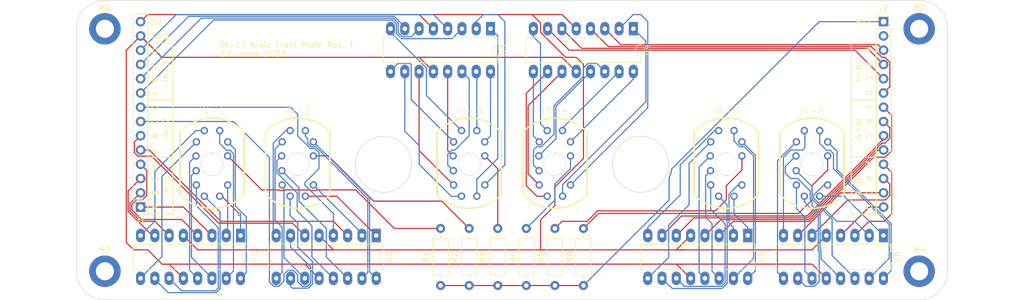
<source format=kicad_pcb>
(kicad_pcb (version 20221018) (generator pcbnew)
  (layers (0 "F.Cu" signal) (31 "B.Cu" signal) (34 "B.Paste" user) (35 "F.Paste" user) (36 "B.SilkS" user "B.Silkscreen") (37 "F.SilkS" user "F.Silkscreen") (38 "B.Mask" user) (39 "F.Mask" user) (44 "Edge.Cuts" user))
  (net 0 "")
  (net 1 "Net-(U1-~{Q9})")
  (net 2 "Net-(U1-~{Q8})")
  (net 3 "Net-(U1-~{Q7})")
  (net 4 "Net-(U1-~{Q6})")
  (net 5 "Net-(U1-~{Q5})")
  (net 6 "Net-(U1-~{Q4})")
  (net 7 "Net-(U1-~{Q3})")
  (net 8 "Net-(U1-~{Q2})")
  (net 9 "Net-(U1-~{Q1})")
  (net 10 "Net-(U1-~{Q0})")
  (net 11 "Net-(U2-~{Q9})")
  (net 12 "Net-(U2-~{Q8})")
  (net 13 "Net-(U2-~{Q7})")
  (net 14 "Net-(U2-~{Q6})")
  (net 15 "Net-(U2-~{Q5})")
  (net 16 "Net-(U2-~{Q4})")
  (net 17 "Net-(U2-~{Q3})")
  (net 18 "Net-(U2-~{Q2})")
  (net 19 "Net-(U2-~{Q1})")
  (net 20 "Net-(U2-~{Q0})")
  (net 21 "Net-(U3-~{Q9})")
  (net 22 "Net-(U3-~{Q8})")
  (net 23 "Net-(U3-~{Q7})")
  (net 24 "Net-(U3-~{Q6})")
  (net 25 "Net-(U3-~{Q5})")
  (net 26 "Net-(U3-~{Q4})")
  (net 27 "Net-(U3-~{Q3})")
  (net 28 "Net-(U3-~{Q2})")
  (net 29 "Net-(U3-~{Q1})")
  (net 30 "Net-(U3-~{Q0})")
  (net 31 "Net-(U4-~{Q9})")
  (net 32 "Net-(U4-~{Q8})")
  (net 33 "Net-(U4-~{Q7})")
  (net 34 "Net-(U4-~{Q6})")
  (net 35 "Net-(U4-~{Q5})")
  (net 36 "Net-(U4-~{Q4})")
  (net 37 "Net-(U4-~{Q3})")
  (net 38 "Net-(U4-~{Q2})")
  (net 39 "Net-(U4-~{Q1})")
  (net 40 "Net-(U4-~{Q0})")
  (net 41 "Net-(U5-~{Q9})")
  (net 42 "Net-(U5-~{Q8})")
  (net 43 "Net-(U5-~{Q7})")
  (net 44 "Net-(U5-~{Q6})")
  (net 45 "Net-(U5-~{Q5})")
  (net 46 "Net-(U5-~{Q4})")
  (net 47 "Net-(U5-~{Q3})")
  (net 48 "Net-(U5-~{Q2})")
  (net 49 "Net-(U5-~{Q1})")
  (net 50 "Net-(U5-~{Q0})")
  (net 51 "Net-(U6-~{Q9})")
  (net 52 "Net-(U6-~{Q8})")
  (net 53 "Net-(U6-~{Q7})")
  (net 54 "Net-(U6-~{Q6})")
  (net 55 "Net-(U6-~{Q5})")
  (net 56 "Net-(U6-~{Q4})")
  (net 57 "Net-(U6-~{Q3})")
  (net 58 "Net-(U6-~{Q2})")
  (net 59 "Net-(U6-~{Q1})")
  (net 60 "Net-(U6-~{Q0})")
  (net 61 "Net-(J1-Pin_1)")
  (net 62 "Net-(J1-Pin_2)")
  (net 63 "Net-(J1-Pin_3)")
  (net 64 "Net-(J1-Pin_4)")
  (net 65 "Net-(J1-Pin_5)")
  (net 66 "Net-(J1-Pin_6)")
  (net 67 "Net-(J1-Pin_7)")
  (net 68 "Net-(J1-Pin_8)")
  (net 69 "Net-(J1-Pin_9)")
  (net 70 "Net-(J1-Pin_10)")
  (net 71 "Net-(J1-Pin_11)")
  (net 72 "Net-(J1-Pin_12)")
  (net 73 "/gnd")
  (net 74 "/Vcc")
  (net 75 "/nixie-anodes")
  (net 77 "Net-(J2-Pin_3)")
  (net 78 "Net-(J2-Pin_4)")
  (net 79 "Net-(J2-Pin_5)")
  (net 80 "Net-(J2-Pin_6)")
  (net 81 "Net-(J2-Pin_7)")
  (net 82 "Net-(J2-Pin_8)")
  (net 83 "Net-(J2-Pin_9)")
  (net 84 "Net-(J2-Pin_10)")
  (net 85 "Net-(J2-Pin_11)")
  (net 86 "Net-(J2-Pin_12)")
  (net 87 "Net-(J2-Pin_13)")
  (net 88 "Net-(J2-Pin_14)")
  (net 89 "/hv1")
  (net 90 "/hv2")
  (net 91 "/hv3")
  (net 92 "/hv4")
  (net 93 "/hv5")
  (net 94 "/hv6")
  (footprint "Connector_PinHeader_2.54mm:PinHeader_1x14_P2.54mm_Vertical" (layer "F.Cu") (at 63.5 83.82 180)
    (fp_text reference "J1")
    (fp_text value "Conn_01x14_Pin")
  )
  (footprint "MountingHole:MountingHole_3.2mm_M3_DIN965_Pad_TopBottom" (layer "F.Cu") (at 57.15 95.25)
    (fp_text reference "M3")
    (fp_text value "MountingHole_3.2mm_M3_DIN965_Pad_TopBottom")
  )
  (footprint "Nixies:nixies-us-IN-17" (layer "F.Cu") (at 91.44 76.2)
    (fp_text reference "IN-2")
    (fp_text value "~")
  )
  (footprint "Resistor_THT:R_Axial_DIN0207_L6.3mm_D2.5mm_P10.16mm_Horizontal" (layer "F.Cu") (at 142.24 97.79 90)
    (fp_text reference "R6")
    (fp_text value "22k")
  )
  (footprint "Package_DIP:DIP-16_W7.62mm_LongPads" (layer "F.Cu") (at 81.265 88.885 -90)
    (fp_text reference "U1")
    (fp_text value "74141")
  )
  (footprint "Package_DIP:DIP-16_W7.62mm_LongPads" (layer "F.Cu") (at 195.58 88.885 -90)
    (fp_text reference "U6")
    (fp_text value "74141")
  )
  (footprint "Nixies:nixies-us-IN-17" (layer "F.Cu") (at 137.16 76.2)
    (fp_text reference "IN-4")
    (fp_text value "~")
  )
  (footprint "Package_DIP:DIP-16_W7.62mm_LongPads" (layer "F.Cu") (at 171.45 88.885 -90)
    (fp_text reference "U5")
    (fp_text value "74141")
  )
  (footprint "Resistor_THT:R_Axial_DIN0207_L6.3mm_D2.5mm_P10.16mm_Horizontal" (layer "F.Cu") (at 132.08 97.79 90)
    (fp_text reference "R4")
    (fp_text value "22k")
  )
  (footprint "Package_DIP:DIP-16_W7.62mm_LongPads" (layer "F.Cu") (at 125.715 52.055 -90)
    (fp_text reference "U3")
    (fp_text value "74141")
  )
  (footprint "Package_DIP:DIP-16_W7.62mm_LongPads" (layer "F.Cu") (at 105.395 88.885 -90)
    (fp_text reference "U2")
    (fp_text value "74141")
  )
  (footprint "Nixies:nixies-us-IN-17" (layer "F.Cu") (at 121.92 76.2)
    (fp_text reference "IN-3")
    (fp_text value "~")
  )
  (footprint "Nixies:nixies-us-IN-17" (layer "F.Cu") (at 182.88 76.2)
    (fp_text reference "IN-6")
    (fp_text value "~")
  )
  (footprint "Resistor_THT:R_Axial_DIN0207_L6.3mm_D2.5mm_P10.16mm_Horizontal" (layer "F.Cu") (at 116.84 87.63 -90)
    (fp_text reference "R1")
    (fp_text value "22k")
  )
  (footprint "Nixies:nixies-us-IN-17" (layer "F.Cu") (at 76.2 76.2)
    (fp_text reference "IN-1")
    (fp_text value "~")
  )
  (footprint "MountingHole:MountingHole_3.2mm_M3_DIN965_Pad_TopBottom" (layer "F.Cu") (at 57.15 52.07)
    (fp_text reference "M1")
    (fp_text value "MountingHole_3.2mm_M3_DIN965_Pad_TopBottom")
  )
  (footprint "MountingHole:MountingHole_3.2mm_M3_DIN965_Pad_TopBottom" (layer "F.Cu") (at 201.93 95.25)
    (fp_text reference "M4")
    (fp_text value "MountingHole_3.2mm_M3_DIN965_Pad_TopBottom")
  )
  (footprint "MountingHole:MountingHole_3.2mm_M3_DIN965_Pad_TopBottom" (layer "F.Cu") (at 201.93 52.07)
    (fp_text reference "M2")
    (fp_text value "MountingHole_3.2mm_M3_DIN965_Pad_TopBottom")
  )
  (footprint "Connector_PinHeader_2.54mm:PinHeader_1x14_P2.54mm_Vertical" (layer "F.Cu") (at 195.595 50.8)
    (fp_text reference "J2")
    (fp_text value "Conn_01x14_Pin")
  )
  (footprint "Resistor_THT:R_Axial_DIN0207_L6.3mm_D2.5mm_P10.16mm_Horizontal" (layer "F.Cu") (at 137.16 97.79 90)
    (fp_text reference "R5")
    (fp_text value "22k")
  )
  (footprint "Package_DIP:DIP-16_W7.62mm_LongPads" (layer "F.Cu") (at 151.115 52.055 -90)
    (fp_text reference "U4")
    (fp_text value "74141")
  )
  (footprint "Resistor_THT:R_Axial_DIN0207_L6.3mm_D2.5mm_P10.16mm_Horizontal" (layer "F.Cu") (at 121.92 87.63 -90)
    (fp_text reference "R2")
    (fp_text value "22k")
  )
  (footprint "Nixies:nixies-us-IN-17" (layer "F.Cu") (at 167.64 76.2)
    (fp_text reference "IN-5")
    (fp_text value "~")
  )
  (footprint "Resistor_THT:R_Axial_DIN0207_L6.3mm_D2.5mm_P10.16mm_Horizontal" (layer "F.Cu") (at 127 87.63 -90)
    (fp_text reference "R3")
    (fp_text value "22k")
  )
  (gr_rect (start 189.865 64.77) (end 194.31 74.93) (stroke (width 0.15)) (fill none) (layer "F.SilkS"))
  (gr_rect (start 189.865 54.61) (end 194.31 64.77) (stroke (width 0.15)) (fill none) (layer "F.SilkS"))
  (gr_rect (start 64.77 64.77) (end 69.215 74.93) (stroke (width 0.15)) (fill none) (layer "F.SilkS"))
  (gr_rect (start 189.865 74.93) (end 194.31 85.09) (stroke (width 0.15)) (fill none) (layer "F.SilkS"))
  (gr_rect (start 64.77 54.61) (end 69.215 64.77) (stroke (width 0.15)) (fill none) (layer "F.SilkS"))
  (gr_rect (start 64.77 74.93) (end 69.215 85.09) (stroke (width 0.15)) (fill none) (layer "F.SilkS"))
  (gr_line (start 207.01 95.25) (end 207.01 52.07) (stroke (width 0.1)) (layer "Edge.Cuts"))
  (gr_arc (start 207.01 95.25) (mid 205.522102 98.842102) (end 201.93 100.33) (stroke (width 0.1)) (layer "Edge.Cuts"))
  (gr_line (start 201.93 46.99) (end 57.15 46.99) (stroke (width 0.1)) (layer "Edge.Cuts"))
  (gr_arc (start 52.07 52.07) (mid 53.557898 48.477898) (end 57.15 46.99) (stroke (width 0.1)) (layer "Edge.Cuts"))
  (gr_circle (center 106.68 76.2) (end 111.68 76.2) (stroke (width 0.1)) (fill none) (layer "Edge.Cuts"))
  (gr_circle (center 152.4 76.2) (end 157.4 76.2) (stroke (width 0.1)) (fill none) (layer "Edge.Cuts"))
  (gr_line (start 52.07 52.07) (end 52.07 95.25) (stroke (width 0.1)) (layer "Edge.Cuts"))
  (gr_circle (center 142.24 85.09) (end 142.24 85.09) (stroke (width 0.1)) (fill none) (layer "Edge.Cuts"))
  (gr_arc (start 57.15 100.33) (mid 53.557898 98.842102) (end 52.07 95.25) (stroke (width 0.1)) (layer "Edge.Cuts"))
  (gr_line (start 57.15 100.33) (end 201.93 100.33) (stroke (width 0.1)) (layer "Edge.Cuts"))
  (gr_arc (start 201.93 46.99) (mid 205.522102 48.477898) (end 207.01 52.07) (stroke (width 0.1)) (layer "Edge.Cuts"))
  (gr_text "C" (at 192.405 60.325 -90) (layer "F.SilkS") (effects (font (size 1 1)) (justify left bottom)))
  (gr_text "IN-5" (at 190.5 67.945 270) (layer "F.SilkS") (effects (font (size 1 1)) (justify left bottom)))
  (gr_text "A" (at 66.675 74.295 90) (layer "F.SilkS") (effects (font (size 1 1)) (justify left bottom)))
  (gr_text "C" (at 66.675 79.375 90) (layer "F.SilkS") (effects (font (size 1 1)) (justify left bottom)))
  (gr_text "D" (at 66.675 76.835 90) (layer "F.SilkS") (effects (font (size 1 1)) (justify left bottom)))
  (gr_text "GND" (at 65.405 53.975) (layer "F.SilkS") (effects (font (size 1 1)) (justify left bottom)))
  (gr_text "B" (at 66.675 81.915 90) (layer "F.SilkS") (effects (font (size 1 1)) (justify left bottom)))
  (gr_text "B" (at 192.405 78.105 -90) (layer "F.SilkS") (effects (font (size 1 1)) (justify left bottom)))
  (gr_text "IN-2" (at 68.58 71.755 90) (layer "F.SilkS") (effects (font (size 1 1)) (justify left bottom)))
  (gr_text "D" (at 66.675 66.675 90) (layer "F.SilkS") (effects (font (size 1 1)) (justify left bottom)))
  (gr_text "HV+" (at 190.5 51.435) (layer "F.SilkS") (effects (font (size 1 1)) (justify left bottom)))
  (gr_text "D" (at 192.405 83.185 -90) (layer "F.SilkS") (effects (font (size 1 1)) (justify left bottom)))
  (gr_text "IN-1" (at 68.58 81.915 90) (layer "F.SilkS") (effects (font (size 1 1)) (justify left bottom)))
  (gr_text "A" (at 192.405 65.405 -90) (layer "F.SilkS") (effects (font (size 1 1)) (justify left bottom)))
  (gr_text "IN-4" (at 190.5 57.785 270) (layer "F.SilkS") (effects (font (size 1 1)) (justify left bottom)))
  (gr_text "IN-3" (at 68.58 61.595 90) (layer "F.SilkS") (effects (font (size 1 1)) (justify left bottom)))
  (gr_text "C" (at 66.675 69.215 90) (layer "F.SilkS") (effects (font (size 1 1)) (justify left bottom)))
  (gr_text "B" (at 192.405 67.945 -90) (layer "F.SilkS") (effects (font (size 1 1)) (justify left bottom)))
  (gr_text "B" (at 192.405 57.785 -90) (layer "F.SilkS") (effects (font (size 1 1)) (justify left bottom)))
  (gr_text "B" (at 66.675 71.755 90) (layer "F.SilkS") (effects (font (size 1 1)) (justify left bottom)))
  (gr_text "D" (at 66.675 56.515 90) (layer "F.SilkS") (effects (font (size 1 1)) (justify left bottom)))
  (gr_text "C" (at 66.675 59.055 90) (layer "F.SilkS") (effects (font (size 1 1)) (justify left bottom)))
  (gr_text "C" (at 192.405 70.485 -90) (layer "F.SilkS") (effects (font (size 1 1)) (justify left bottom)))
  (gr_text "D" (at 192.405 62.865 -90) (layer "F.SilkS") (effects (font (size 1 1)) (justify left bottom)))
  (gr_text "A" (at 66.675 64.135 90) (layer "F.SilkS") (effects (font (size 1 1)) (justify left bottom)))
  (gr_text "5V+" (at 65.405 51.435) (layer "F.SilkS") (effects (font (size 1 1)) (justify left bottom)))
  (gr_text "D" (at 192.405 73.025 -90) (layer "F.SilkS") (effects (font (size 1 1)) (justify left bottom)))
  (gr_text "IN-6" (at 190.5 78.105 270) (layer "F.SilkS") (effects (font (size 1 1)) (justify left bottom)))
  (gr_text "C" (at 192.405 80.645 -90) (layer "F.SilkS") (effects (font (size 1 1)) (justify left bottom)))
  (gr_text "A" (at 192.405 55.245 -90) (layer "F.SilkS") (effects (font (size 1 1)) (justify left bottom)))
  (gr_text "A" (at 66.675 84.455 90) (layer "F.SilkS") (effects (font (size 1 1)) (justify left bottom)))
  (gr_text "A" (at 192.405 75.565 -90) (layer "F.SilkS") (effects (font (size 1 1)) (justify left bottom)))
  (gr_text "IN-17 Nixie Front Plate Rev. 1\nZ.C. Horn 2023" (at 77.47 57.15) (layer "F.SilkS") (effects (font (size 1 1)) (justify left bottom)))
  (gr_text "B" (at 66.675 61.595 90) (layer "F.SilkS") (effects (font (size 1 1)) (justify left bottom)))
  (segment (start 78.9762 88.6338) (end 78.725 88.885) (width 0.2) (layer "B.Cu") (net 1))
  (segment (start 78.9762 79.8805) (end 78.9762 88.6338) (width 0.2) (layer "B.Cu") (net 1))
  (segment (start 81.0706 85.0337) (end 77.9189 81.882) (width 0.2) (layer "F.Cu") (net 2))
  (segment (start 81.0706 85.09) (end 81.0706 85.0337) (width 0.2) (layer "F.Cu") (net 2))
  (segment (start 77.9189 81.882) (end 77.564 81.882) (width 0.2) (layer "F.Cu") (net 2))
  (via (at 81.0706 85.09) (size 0.6) (drill 0.3) (layers "F.Cu" "B.Cu") (net 2))
  (segment (start 81.0706 85.09) (end 81.265 85.2844) (width 0.2) (layer "B.Cu") (net 2))
  (segment (start 81.265 85.2844) (end 81.265 88.885) (width 0.2) (layer "B.Cu") (net 2))
  (segment (start 77.6293 98.383698) (end 77.6293 84.6753) (width 0.2) (layer "B.Cu") (net 3))
  (segment (start 76.952998 99.06) (end 77.6293 98.383698) (width 0.2) (layer "B.Cu") (net 3))
  (segment (start 66.025 96.6639) (end 68.4211 99.06) (width 0.2) (layer "B.Cu") (net 3))
  (segment (start 77.6293 84.6753) (end 74.836 81.882) (width 0.2) (layer "B.Cu") (net 3))
  (segment (start 66.025 96.505) (end 66.025 96.6639) (width 0.2) (layer "B.Cu") (net 3))
  (segment (start 68.4211 99.06) (end 76.952998 99.06) (width 0.2) (layer "B.Cu") (net 3))
  (segment (start 77.3023 98.24825) (end 76.81755 98.733) (width 0.2) (layer "B.Cu") (net 4))
  (segment (start 73.4238 83.5838) (end 77.3023 87.4623) (width 0.2) (layer "B.Cu") (net 4))
  (segment (start 73.4238 79.8805) (end 73.4238 83.5838) (width 0.2) (layer "B.Cu") (net 4))
  (segment (start 76.81755 98.733) (end 70.793 98.733) (width 0.2) (layer "B.Cu") (net 4))
  (segment (start 77.3023 87.4623) (end 77.3023 98.24825) (width 0.2) (layer "B.Cu") (net 4))
  (segment (start 70.793 98.733) (end 68.565 96.505) (width 0.2) (layer "B.Cu") (net 4))
  (segment (start 72.5407 78.1829) (end 73.3831 77.3405) (width 0.2) (layer "B.Cu") (net 5))
  (segment (start 72.5407 92.78125) (end 72.5407 78.1829) (width 0.2) (layer "B.Cu") (net 5))
  (segment (start 76.185 96.42555) (end 72.5407 92.78125) (width 0.2) (layer "B.Cu") (net 5))
  (segment (start 76.185 96.505) (end 76.185 96.42555) (width 0.2) (layer "B.Cu") (net 5))
  (segment (start 72.2103 75.8336) (end 73.3425 74.7014) (width 0.2) (layer "B.Cu") (net 6))
  (segment (start 72.2103 95.0703) (end 72.2103 75.8336) (width 0.2) (layer "B.Cu") (net 6))
  (segment (start 73.645 96.505) (end 72.2103 95.0703) (width 0.2) (layer "B.Cu") (net 6))
  (segment (start 63.485 96.44055) (end 63.485 96.505) (width 0.2) (layer "B.Cu") (net 7))
  (segment (start 73.4238 72.202) (end 67.295 78.3308) (width 0.2) (layer "B.Cu") (net 7))
  (segment (start 67.295 92.63055) (end 63.485 96.44055) (width 0.2) (layer "B.Cu") (net 7))
  (segment (start 67.295 78.3308) (end 67.295 92.63055) (width 0.2) (layer "B.Cu") (net 7))
  (segment (start 66.04 86.33) (end 63.485 88.885) (width 0.2) (layer "B.Cu") (net 8))
  (segment (start 66.04 77.47) (end 66.04 86.33) (width 0.2) (layer "B.Cu") (net 8))
  (segment (start 73.3095 70.2005) (end 66.04 77.47) (width 0.2) (layer "B.Cu") (net 8))
  (segment (start 74.836 70.2005) (end 73.3095 70.2005) (width 0.2) (layer "B.Cu") (net 8))
  (segment (start 77.564 70.2005) (end 77.564 72.484) (width 0.2) (layer "B.Cu") (net 9))
  (segment (start 77.564 72.484) (end 78.77462 73.69462) (width 0.2) (layer "B.Cu") (net 9))
  (segment (start 78.77462 73.69462) (end 79.393242 73.69462) (width 0.2) (layer "B.Cu") (net 9))
  (segment (start 80.01 74.311378) (end 80.01 95.22) (width 0.2) (layer "B.Cu") (net 9))
  (segment (start 79.393242 73.69462) (end 80.01 74.311378) (width 0.2) (layer "B.Cu") (net 9))
  (segment (start 80.01 95.22) (end 78.725 96.505) (width 0.2) (layer "B.Cu") (net 9))
  (segment (start 82.292 85.566109) (end 80.337 83.611109) (width 0.2) (layer "B.Cu") (net 10))
  (segment (start 80.337 83.611109) (end 80.337 73.5628) (width 0.2) (layer "B.Cu") (net 10))
  (segment (start 82.292 95.478) (end 82.292 85.566109) (width 0.2) (layer "B.Cu") (net 10))
  (segment (start 81.265 96.505) (end 82.292 95.478) (width 0.2) (layer "B.Cu") (net 10))
  (segment (start 80.337 73.5628) (end 78.9762 72.202) (width 0.2) (layer "B.Cu") (net 10))
  (segment (start 94.2162 79.8805) (end 102.855 88.5193) (width 0.2) (layer "B.Cu") (net 11))
  (segment (start 102.855 88.5193) (end 102.855 88.885) (width 0.2) (layer "B.Cu") (net 11))
  (segment (start 92.804 81.882) (end 98.392 81.882) (width 0.2) (layer "F.Cu") (net 12))
  (segment (start 98.392 81.882) (end 105.395 88.885) (width 0.2) (layer "F.Cu") (net 12))
  (segment (start 90.155 96.505) (end 90.155 97.9339) (width 0.2) (layer "B.Cu") (net 13))
  (segment (start 91.44 86.6513) (end 90.076 85.2873) (width 0.2) (layer "B.Cu") (net 13))
  (segment (start 91.44 90.9158) (end 91.44 86.6513) (width 0.2) (layer "B.Cu") (net 13))
  (segment (start 90.076 85.2873) (end 90.076 81.882) (width 0.2) (layer "B.Cu") (net 13))
  (segment (start 90.4854 98.2643) (end 93.3237 98.2643) (width 0.2) (layer "B.Cu") (net 13))
  (segment (start 93.3237 98.2643) (end 94.0825 97.5055) (width 0.2) (layer "B.Cu") (net 13))
  (segment (start 94.0825 97.5055) (end 94.0825 93.5583) (width 0.2) (layer "B.Cu") (net 13))
  (segment (start 90.155 97.9339) (end 90.4854 98.2643) (width 0.2) (layer "B.Cu") (net 13))
  (segment (start 94.0825 93.5583) (end 91.44 90.9158) (width 0.2) (layer "B.Cu") (net 13))
  (segment (start 88.9927 92.8027) (end 88.9927 80.2094) (width 0.2) (layer "B.Cu") (net 14))
  (segment (start 92.695 96.505) (end 88.9927 92.8027) (width 0.2) (layer "B.Cu") (net 14))
  (segment (start 88.9927 80.2094) (end 88.6638 79.8805) (width 0.2) (layer "B.Cu") (net 14))
  (segment (start 96.52 87.63) (end 91.6702 82.7802) (width 0.2) (layer "B.Cu") (net 15))
  (segment (start 91.6702 82.7802) (end 91.6702 80.3876) (width 0.2) (layer "B.Cu") (net 15))
  (segment (start 96.52 92.71) (end 96.52 87.63) (width 0.2) (layer "B.Cu") (net 15))
  (segment (start 100.315 96.505) (end 96.52 92.71) (width 0.2) (layer "B.Cu") (net 15))
  (segment (start 91.6702 80.3876) (end 88.6231 77.3405) (width 0.2) (layer "B.Cu") (net 15))
  (segment (start 97.775 96.505) (end 93.965 92.695) (width 0.2) (layer "B.Cu") (net 16))
  (segment (start 93.965 87.1585) (end 91.3413 84.5348) (width 0.2) (layer "B.Cu") (net 16))
  (segment (start 91.3413 84.5348) (end 91.3413 81.3055) (width 0.2) (layer "B.Cu") (net 16))
  (segment (start 93.965 92.695) (end 93.965 87.1585) (width 0.2) (layer "B.Cu") (net 16))
  (segment (start 91.3413 81.3055) (end 87.7414 77.7056) (width 0.2) (layer "B.Cu") (net 16))
  (segment (start 87.7414 77.7056) (end 87.7414 75.5425) (width 0.2) (layer "B.Cu") (net 16))
  (segment (start 87.7414 75.5425) (end 88.5825 74.7014) (width 0.2) (layer "B.Cu") (net 16))
  (segment (start 87.4113 86.1542) (end 88.6637 87.4066) (width 0.2) (layer "B.Cu") (net 17))
  (segment (start 88.6638 72.202) (end 87.4113 73.4545) (width 0.2) (layer "B.Cu") (net 17))
  (segment (start 88.6637 95.4563) (end 87.615 96.505) (width 0.2) (layer "B.Cu") (net 17))
  (segment (start 88.6637 87.4066) (end 88.6637 95.4563) (width 0.2) (layer "B.Cu") (net 17))
  (segment (start 87.4113 73.4545) (end 87.4113 86.1542) (width 0.2) (layer "B.Cu") (net 17))
  (segment (start 90.076 70.2005) (end 90.07602 70.20052) (width 0.2) (layer "B.Cu") (net 18))
  (segment (start 87.0824 72.4534) (end 87.0824 88.3524) (width 0.2) (layer "B.Cu") (net 18))
  (segment (start 90.07602 70.20052) (end 89.33528 70.20052) (width 0.2) (layer "B.Cu") (net 18))
  (segment (start 89.33528 70.20052) (end 87.0824 72.4534) (width 0.2) (layer "B.Cu") (net 18))
  (segment (start 87.0824 88.3524) (end 87.615 88.885) (width 0.2) (layer "B.Cu") (net 18))
  (segment (start 103.8898 95.4702) (end 102.855 96.505) (width 0.2) (layer "B.Cu") (net 19))
  (segment (start 92.80398 71.207932) (end 93.2067 71.610652) (width 0.2) (layer "B.Cu") (net 19))
  (segment (start 92.80398 70.20052) (end 92.80398 71.207932) (width 0.2) (layer "B.Cu") (net 19))
  (segment (start 92.804 70.2005) (end 92.80398 70.20052) (width 0.2) (layer "B.Cu") (net 19))
  (segment (start 93.2067 71.610652) (end 93.2067 72.436717) (width 0.2) (layer "B.Cu") (net 19))
  (segment (start 94.633572 73.08182) (end 103.8898 82.338048) (width 0.2) (layer "B.Cu") (net 19))
  (segment (start 103.8898 82.338048) (end 103.8898 95.4702) (width 0.2) (layer "B.Cu") (net 19))
  (segment (start 93.851803 73.08182) (end 94.633572 73.08182) (width 0.2) (layer "B.Cu") (net 19))
  (segment (start 93.2067 72.436717) (end 93.851803 73.08182) (width 0.2) (layer "B.Cu") (net 19))
  (segment (start 94.2162 72.202) (end 104.2187 82.2045) (width 0.2) (layer "B.Cu") (net 20))
  (segment (start 104.2187 95.3287) (end 105.395 96.505) (width 0.2) (layer "B.Cu") (net 20))
  (segment (start 104.2187 82.2045) (end 104.2187 95.3287) (width 0.2) (layer "B.Cu") (net 20))
  (segment (start 123.175 52.055) (end 123.175 50.815) (width 0.2) (layer "B.Cu") (net 21))
  (segment (start 127 49.53) (end 128.27 50.8) (width 0.2) (layer "B.Cu") (net 21))
  (segment (start 128.27 76.3067) (end 124.6962 79.8805) (width 0.2) (layer "B.Cu") (net 21))
  (segment (start 123.175 50.815) (end 124.46 49.53) (width 0.2) (layer "B.Cu") (net 21))
  (segment (start 124.46 49.53) (end 127 49.53) (width 0.2) (layer "B.Cu") (net 21))
  (segment (start 128.27 50.8) (end 128.27 76.3067) (width 0.2) (layer "B.Cu") (net 21))
  (segment (start 123.284 78.8737) (end 123.284 81.882) (width 0.2) (layer "B.Cu") (net 22))
  (segment (start 127 75.1577) (end 123.284 78.8737) (width 0.2) (layer "B.Cu") (net 22))
  (segment (start 127 53.34) (end 127 75.1577) (width 0.2) (layer "B.Cu") (net 22))
  (segment (start 125.715 52.055) (end 127 53.34) (width 0.2) (layer "B.Cu") (net 22))
  (segment (start 113.03 76.2) (end 113.03 72.870451) (width 0.2) (layer "B.Cu") (net 23))
  (segment (start 110.475 70.315451) (end 110.475 59.675) (width 0.2) (layer "B.Cu") (net 23))
  (segment (start 118.712 81.882) (end 113.03 76.2) (width 0.2) (layer "B.Cu") (net 23))
  (segment (start 120.556 81.882) (end 118.712 81.882) (width 0.2) (layer "B.Cu") (net 23))
  (segment (start 113.03 72.870451) (end 110.475 70.315451) (width 0.2) (layer "B.Cu") (net 23))
  (segment (start 113.015 73.7517) (end 113.015 59.675) (width 0.2) (layer "F.Cu") (net 24))
  (segment (start 119.1438 79.8805) (end 113.015 73.7517) (width 0.2) (layer "F.Cu") (net 24))
  (segment (start 121.92 71.12) (end 121.92 60.96) (width 0.2) (layer "B.Cu") (net 25))
  (segment (start 119.38 73.66) (end 121.92 71.12) (width 0.2) (layer "B.Cu") (net 25))
  (segment (start 118.859703 73.66) (end 119.38 73.66) (width 0.2) (layer "B.Cu") (net 25))
  (segment (start 121.92 60.96) (end 120.635 59.675) (width 0.2) (layer "B.Cu") (net 25))
  (segment (start 118.11 76.3474) (end 118.11 74.409703) (width 0.2) (layer "B.Cu") (net 25))
  (segment (start 118.11 74.409703) (end 118.859703 73.66) (width 0.2) (layer "B.Cu") (net 25))
  (segment (start 119.1031 77.3405) (end 118.11 76.3474) (width 0.2) (layer "B.Cu") (net 25))
  (segment (start 118.095 73.7339) (end 118.095 59.675) (width 0.2) (layer "F.Cu") (net 26))
  (segment (start 119.0625 74.7014) (end 118.095 73.7339) (width 0.2) (layer "F.Cu") (net 26))
  (segment (start 107.935 59.5311) (end 107.935 59.675) (width 0.2) (layer "B.Cu") (net 27))
  (segment (start 111.6107 64.6689) (end 111.6107 58.42) (width 0.2) (layer "B.Cu") (net 27))
  (segment (start 111.4368 58.2461) (end 109.22 58.2461) (width 0.2) (layer "B.Cu") (net 27))
  (segment (start 109.22 58.2461) (end 107.935 59.5311) (width 0.2) (layer "B.Cu") (net 27))
  (segment (start 111.6107 58.42) (end 111.4368 58.2461) (width 0.2) (layer "B.Cu") (net 27))
  (segment (start 119.1438 72.202) (end 111.6107 64.6689) (width 0.2) (layer "B.Cu") (net 27))
  (segment (start 114.3232 59.0717) (end 114.3232 63.9677) (width 0.2) (layer "B.Cu") (net 28))
  (segment (start 107.95 52.07) (end 107.95 52.6985) (width 0.2) (layer "B.Cu") (net 28))
  (segment (start 114.3232 63.9677) (end 120.556 70.2005) (width 0.2) (layer "B.Cu") (net 28))
  (segment (start 107.95 52.6985) (end 114.3232 59.0717) (width 0.2) (layer "B.Cu") (net 28))
  (segment (start 107.935 52.055) (end 107.95 52.07) (width 0.2) (layer "B.Cu") (net 28))
  (segment (start 123.284 70.2005) (end 123.284 59.784) (width 0.2) (layer "B.Cu") (net 29))
  (segment (start 123.284 59.784) (end 123.175 59.675) (width 0.2) (layer "B.Cu") (net 29))
  (segment (start 124.6962 72.202) (end 125.715 71.1832) (width 0.2) (layer "B.Cu") (net 30))
  (segment (start 125.715 71.1832) (end 125.715 59.675) (width 0.2) (layer "B.Cu") (net 30))
  (segment (start 139.9362 79.8805) (end 153.67 66.1467) (width 0.2) (layer "B.Cu") (net 31))
  (segment (start 152.4 49.53) (end 151.1 49.53) (width 0.2) (layer "B.Cu") (net 31))
  (segment (start 153.67 66.1467) (end 153.67 50.8) (width 0.2) (layer "B.Cu") (net 31))
  (segment (start 151.1 49.53) (end 148.575 52.055) (width 0.2) (layer "B.Cu") (net 31))
  (segment (start 153.67 50.8) (end 152.4 49.53) (width 0.2) (layer "B.Cu") (net 31))
  (segment (start 138.524 79.859) (end 153.343 65.04) (width 0.2) (layer "B.Cu") (net 32))
  (segment (start 153.343 54.283) (end 151.115 52.055) (width 0.2) (layer "B.Cu") (net 32))
  (segment (start 153.343 65.04) (end 153.343 54.283) (width 0.2) (layer "B.Cu") (net 32))
  (segment (start 138.524 81.882) (end 138.524 79.859) (width 0.2) (layer "B.Cu") (net 32))
  (segment (start 135.796 81.882) (end 133.952 81.882) (width 0.2) (layer "F.Cu") (net 33))
  (segment (start 135.875 59.76945) (end 135.875 59.675) (width 0.2) (layer "F.Cu") (net 33))
  (segment (start 132.08 80.01) (end 132.08 63.56445) (width 0.2) (layer "F.Cu") (net 33))
  (segment (start 133.952 81.882) (end 132.08 80.01) (width 0.2) (layer "F.Cu") (net 33))
  (segment (start 132.08 63.56445) (end 135.875 59.76945) (width 0.2) (layer "F.Cu") (net 33))
  (segment (start 138.415 59.76945) (end 138.415 59.675) (width 0.2) (layer "F.Cu") (net 34))
  (segment (start 134.3838 79.8805) (end 132.407 77.9037) (width 0.2) (layer "F.Cu") (net 34))
  (segment (start 132.407 77.9037) (end 132.407 65.77745) (width 0.2) (layer "F.Cu") (net 34))
  (segment (start 132.407 65.77745) (end 138.415 59.76945) (width 0.2) (layer "F.Cu") (net 34))
  (segment (start 134.746317 73.0837) (end 137.01 70.820017) (width 0.2) (layer "B.Cu") (net 35))
  (segment (start 137.01 70.820017) (end 137.01 65.7472) (width 0.2) (layer "B.Cu") (net 35))
  (segment (start 133.9263 73.0837) (end 134.746317 73.0837) (width 0.2) (layer "B.Cu") (net 35))
  (segment (start 133.35 76.3474) (end 133.35 73.66) (width 0.2) (layer "B.Cu") (net 35))
  (segment (start 143.04 58.248) (end 144.608 58.248) (width 0.2) (layer "B.Cu") (net 35))
  (segment (start 142.225 59.063) (end 143.04 58.248) (width 0.2) (layer "B.Cu") (net 35))
  (segment (start 133.35 73.66) (end 133.9263 73.0837) (width 0.2) (layer "B.Cu") (net 35))
  (segment (start 134.3431 77.3405) (end 133.35 76.3474) (width 0.2) (layer "B.Cu") (net 35))
  (segment (start 137.01 65.7472) (end 142.225 60.5322) (width 0.2) (layer "B.Cu") (net 35))
  (segment (start 142.225 60.5322) (end 142.225 59.063) (width 0.2) (layer "B.Cu") (net 35))
  (segment (start 144.608 58.248) (end 146.035 59.675) (width 0.2) (layer "B.Cu") (net 35))
  (segment (start 134.3025 74.7014) (end 137.337 71.6669) (width 0.2) (layer "B.Cu") (net 36))
  (segment (start 137.337 65.882648) (end 143.495 59.724648) (width 0.2) (layer "B.Cu") (net 36))
  (segment (start 137.337 71.6669) (end 137.337 65.882648) (width 0.2) (layer "B.Cu") (net 36))
  (segment (start 143.495 59.724648) (end 143.495 59.675) (width 0.2) (layer "B.Cu") (net 36))
  (segment (start 133.335 71.1532) (end 133.335 59.675) (width 0.2) (layer "B.Cu") (net 37))
  (segment (start 134.3838 72.202) (end 133.335 71.1532) (width 0.2) (layer "B.Cu") (net 37))
  (segment (start 134.605 54.7539) (end 133.335 53.4839) (width 0.2) (layer "B.Cu") (net 38))
  (segment (start 134.605 69.0095) (end 134.605 54.7539) (width 0.2) (layer "B.Cu") (net 38))
  (segment (start 133.335 52.055) (end 133.335 53.4839) (width 0.2) (layer "B.Cu") (net 38))
  (segment (start 135.796 70.2005) (end 134.605 69.0095) (width 0.2) (layer "B.Cu") (net 38))
  (segment (start 138.524 69.726) (end 148.575 59.675) (width 0.2) (layer "B.Cu") (net 39))
  (segment (start 138.524 70.2005) (end 138.524 69.726) (width 0.2) (layer "B.Cu") (net 39))
  (segment (start 139.9362 72.202) (end 151.115 61.0232) (width 0.2) (layer "B.Cu") (net 40))
  (segment (start 151.115 61.0232) (end 151.115 59.675) (width 0.2) (layer "B.Cu") (net 40))
  (segment (start 170.4162 79.8805) (end 169.7311 79.8805) (width 0.2) (layer "B.Cu") (net 41))
  (segment (start 168.91 88.885) (end 168.91 87.4561) (width 0.2) (layer "B.Cu") (net 41))
  (segment (start 168.1152 86.6613) (end 168.91 87.4561) (width 0.2) (layer "B.Cu") (net 41))
  (segment (start 169.7311 79.8805) (end 168.1152 81.4964) (width 0.2) (layer "B.Cu") (net 41))
  (segment (start 168.1152 81.4964) (end 168.1152 86.6613) (width 0.2) (layer "B.Cu") (net 41))
  (segment (start 169.004 85.0101) (end 169.004 81.882) (width 0.2) (layer "B.Cu") (net 42))
  (segment (start 171.45 87.4561) (end 169.004 85.0101) (width 0.2) (layer "B.Cu") (net 42))
  (segment (start 171.45 88.885) (end 171.45 87.4561) (width 0.2) (layer "B.Cu") (net 42))
  (segment (start 167.7811 97.4251) (end 167.7811 83.3871) (width 0.2) (layer "B.Cu") (net 43))
  (segment (start 158.0268 98.3218) (end 166.8844 98.3218) (width 0.2) (layer "B.Cu") (net 43))
  (segment (start 167.7811 83.3871) (end 166.276 81.882) (width 0.2) (layer "B.Cu") (net 43))
  (segment (start 156.21 96.505) (end 158.0268 98.3218) (width 0.2) (layer "B.Cu") (net 43))
  (segment (start 166.8844 98.3218) (end 167.7811 97.4251) (width 0.2) (layer "B.Cu") (net 43))
  (segment (start 167.4248 97.3097) (end 166.8006 97.9339) (width 0.2) (layer "B.Cu") (net 44))
  (segment (start 164.8638 79.8805) (end 164.8638 84.2477) (width 0.2) (layer "B.Cu") (net 44))
  (segment (start 160.1639 97.9339) (end 158.75 96.52) (width 0.2) (layer "B.Cu") (net 44))
  (segment (start 164.8638 84.2477) (end 167.4248 86.8087) (width 0.2) (layer "B.Cu") (net 44))
  (segment (start 166.8006 97.9339) (end 160.1639 97.9339) (width 0.2) (layer "B.Cu") (net 44))
  (segment (start 158.75 96.52) (end 158.75 96.505) (width 0.2) (layer "B.Cu") (net 44))
  (segment (start 167.4248 86.8087) (end 167.4248 97.3097) (width 0.2) (layer "B.Cu") (net 44))
  (segment (start 165.1 95.235) (end 166.37 96.505) (width 0.2) (layer "B.Cu") (net 45))
  (segment (start 165.1 86.7676) (end 165.1 95.235) (width 0.2) (layer "B.Cu") (net 45))
  (segment (start 163.9718 85.6394) (end 165.1 86.7676) (width 0.2) (layer "B.Cu") (net 45))
  (segment (start 163.9718 78.1918) (end 163.9718 85.6394) (width 0.2) (layer "B.Cu") (net 45))
  (segment (start 164.8231 77.3405) (end 163.9718 78.1918) (width 0.2) (layer "B.Cu") (net 45))
  (segment (start 162.7997 76.6842) (end 164.7825 74.7014) (width 0.2) (layer "B.Cu") (net 46))
  (segment (start 163.83 96.505) (end 162.7997 95.4747) (width 0.2) (layer "B.Cu") (net 46))
  (segment (start 162.7997 95.4747) (end 162.7997 76.6842) (width 0.2) (layer "B.Cu") (net 46))
  (segment (start 161.0225 76.0433) (end 161.0225 83.4132) (width 0.2) (layer "B.Cu") (net 47))
  (segment (start 161.0225 83.4132) (end 157.3937 87.042) (width 0.2) (layer "B.Cu") (net 47))
  (segment (start 164.8638 72.202) (end 161.0225 76.0433) (width 0.2) (layer "B.Cu") (net 47))
  (segment (start 157.3937 87.042) (end 157.3937 92.7813) (width 0.2) (layer "B.Cu") (net 47))
  (segment (start 157.3937 92.7813) (end 153.67 96.505) (width 0.2) (layer "B.Cu") (net 47))
  (segment (start 153.67 87.4561) (end 159.4484 81.6777) (width 0.2) (layer "B.Cu") (net 48))
  (segment (start 165.5618 70.2005) (end 166.276 70.2005) (width 0.2) (layer "B.Cu") (net 48))
  (segment (start 159.4484 81.6777) (end 159.4484 76.3139) (width 0.2) (layer "B.Cu") (net 48))
  (segment (start 159.4484 76.3139) (end 165.5618 70.2005) (width 0.2) (layer "B.Cu") (net 48))
  (segment (start 153.67 88.885) (end 153.67 87.4561) (width 0.2) (layer "B.Cu") (net 48))
  (segment (start 172.4789 92.9361) (end 168.91 96.505) (width 0.2) (layer "B.Cu") (net 49))
  (segment (start 169.004 72.034017) (end 170.051803 73.08182) (width 0.2) (layer "B.Cu") (net 49))
  (segment (start 172.4789 74.727148) (end 172.4789 92.9361) (width 0.2) (layer "B.Cu") (net 49))
  (segment (start 169.004 70.2005) (end 169.004 72.034017) (width 0.2) (layer "B.Cu") (net 49))
  (segment (start 170.833572 73.08182) (end 172.4789 74.727148) (width 0.2) (layer "B.Cu") (net 49))
  (segment (start 170.051803 73.08182) (end 170.833572 73.08182) (width 0.2) (layer "B.Cu") (net 49))
  (segment (start 172.8131 95.1569) (end 172.8131 74.5989) (width 0.2) (layer "B.Cu") (net 50))
  (segment (start 171.465 96.505) (end 172.8131 95.1569) (width 0.2) (layer "B.Cu") (net 50))
  (segment (start 172.8131 74.5989) (end 170.4162 72.202) (width 0.2) (layer "B.Cu") (net 50))
  (segment (start 171.45 96.505) (end 171.465 96.505) (width 0.2) (layer "B.Cu") (net 50))
  (segment (start 183.207 82.268552) (end 187.298448 86.36) (width 0.2) (layer "B.Cu") (net 51))
  (segment (start 190.515 86.36) (end 193.04 88.885) (width 0.2) (layer "B.Cu") (net 51))
  (segment (start 185.6562 79.8805) (end 184.9701 79.8805) (width 0.2) (layer "B.Cu") (net 51))
  (segment (start 184.9701 79.8805) (end 183.207 81.6436) (width 0.2) (layer "B.Cu") (net 51))
  (segment (start 183.207 81.6436) (end 183.207 82.268552) (width 0.2) (layer "B.Cu") (net 51))
  (segment (start 187.298448 86.36) (end 190.515 86.36) (width 0.2) (layer "B.Cu") (net 51))
  (segment (start 188.577 81.882) (end 195.58 88.885) (width 0.2) (layer "B.Cu") (net 52))
  (segment (start 184.244 81.882) (end 188.577 81.882) (width 0.2) (layer "B.Cu") (net 52))
  (segment (start 181.752 97.932) (end 180.34 96.52) (width 0.2) (layer "B.Cu") (net 53))
  (segment (start 183.992 91.570548) (end 184.15 91.728548) (width 0.2) (layer "B.Cu") (net 53))
  (segment (start 181.516 81.882) (end 181.516 82.9045) (width 0.2) (layer "B.Cu") (net 53))
  (segment (start 184.15 97.0905) (end 183.3085 97.932) (width 0.2) (layer "B.Cu") (net 53))
  (segment (start 180.34 96.52) (end 180.34 96.505) (width 0.2) (layer "B.Cu") (net 53))
  (segment (start 181.516 82.9045) (end 183.992 85.3805) (width 0.2) (layer "B.Cu") (net 53))
  (segment (start 183.3085 97.932) (end 181.752 97.932) (width 0.2) (layer "B.Cu") (net 53))
  (segment (start 183.992 85.3805) (end 183.992 91.570548) (width 0.2) (layer "B.Cu") (net 53))
  (segment (start 184.15 91.728548) (end 184.15 97.0905) (width 0.2) (layer "B.Cu") (net 53))
  (segment (start 180.1038 84.0972) (end 181.61 85.6034) (width 0.2) (layer "B.Cu") (net 54))
  (segment (start 180.1038 79.8805) (end 180.1038 84.0972) (width 0.2) (layer "B.Cu") (net 54))
  (segment (start 181.61 95.235) (end 182.88 96.505) (width 0.2) (layer "B.Cu") (net 54))
  (segment (start 181.61 85.6034) (end 181.61 95.235) (width 0.2) (layer "B.Cu") (net 54))
  (segment (start 190.5 96.505) (end 186.4489 92.4539) (width 0.2) (layer "B.Cu") (net 55))
  (segment (start 186.4489 92.4539) (end 186.4489 85.9729) (width 0.2) (layer "B.Cu") (net 55))
  (segment (start 182.88 80.1574) (end 180.0631 77.3405) (width 0.2) (layer "B.Cu") (net 55))
  (segment (start 186.4489 85.9729) (end 182.88 82.404) (width 0.2) (layer "B.Cu") (net 55))
  (segment (start 182.88 82.404) (end 182.88 80.1574) (width 0.2) (layer "B.Cu") (net 55))
  (segment (start 182.88 82.866448) (end 182.88 83.5721) (width 0.2) (layer "B.Cu") (net 56))
  (segment (start 178.127 76.5969) (end 178.127 77.7814) (width 0.2) (layer "B.Cu") (net 56))
  (segment (start 184.319 91.4351) (end 184.477 91.5931) (width 0.2) (layer "B.Cu") (net 56))
  (segment (start 180.0225 74.7014) (end 178.127 76.5969) (width 0.2) (layer "B.Cu") (net 56))
  (segment (start 178.127 77.7814) (end 179.07 78.7244) (width 0.2) (layer "B.Cu") (net 56))
  (segment (start 182.553 82.539448) (end 182.88 82.866448) (width 0.2) (layer "B.Cu") (net 56))
  (segment (start 179.07 78.7244) (end 180.3249 78.7244) (width 0.2) (layer "B.Cu") (net 56))
  (segment (start 180.3249 78.7244) (end 182.553 80.9525) (width 0.2) (layer "B.Cu") (net 56))
  (segment (start 182.88 83.5721) (end 184.319 85.0111) (width 0.2) (layer "B.Cu") (net 56))
  (segment (start 184.477 93.022) (end 187.96 96.505) (width 0.2) (layer "B.Cu") (net 56))
  (segment (start 184.477 91.5931) (end 184.477 93.022) (width 0.2) (layer "B.Cu") (net 56))
  (segment (start 182.553 80.9525) (end 182.553 82.539448) (width 0.2) (layer "B.Cu") (net 56))
  (segment (start 184.319 85.0111) (end 184.319 91.4351) (width 0.2) (layer "B.Cu") (net 56))
  (segment (start 177.8 96.505) (end 176.7429 95.4479) (width 0.2) (layer "B.Cu") (net 57))
  (segment (start 176.7429 75.5629) (end 180.1038 72.202) (width 0.2) (layer "B.Cu") (net 57))
  (segment (start 176.7429 95.4479) (end 176.7429 75.5629) (width 0.2) (layer "B.Cu") (net 57))
  (segment (start 177.8 88.885) (end 177.8 74.968248) (width 0.2) (layer "B.Cu") (net 58))
  (segment (start 181.2116 73.66) (end 181.61 73.2616) (width 0.2) (layer "B.Cu") (net 58))
  (segment (start 179.108248 73.66) (end 181.2116 73.66) (width 0.2) (layer "B.Cu") (net 58))
  (segment (start 181.61 73.2616) (end 181.61 70.2945) (width 0.2) (layer "B.Cu") (net 58))
  (segment (start 181.61 70.2945) (end 181.516 70.2005) (width 0.2) (layer "B.Cu") (net 58))
  (segment (start 177.8 74.968248) (end 179.108248 73.66) (width 0.2) (layer "B.Cu") (net 58))
  (segment (start 184.244 72.484) (end 185.45462 73.69462) (width 0.2) (layer "B.Cu") (net 59))
  (segment (start 196.6089 86.912) (end 196.6089 91.5072) (width 0.2) (layer "B.Cu") (net 59))
  (segment (start 184.244 70.2005) (end 184.244 72.484) (width 0.2) (layer "B.Cu") (net 59))
  (segment (start 196.6089 91.5072) (end 196.6108 91.5091) (width 0.2) (layer "B.Cu") (net 59))
  (segment (start 186.69 74.311378) (end 186.69 76.9931) (width 0.2) (layer "B.Cu") (net 59))
  (segment (start 186.073242 73.69462) (end 186.69 74.311378) (width 0.2) (layer "B.Cu") (net 59))
  (segment (start 196.6108 91.5091) (end 196.6108 92.9342) (width 0.2) (layer "B.Cu") (net 59))
  (segment (start 196.6108 92.9342) (end 193.04 96.505) (width 0.2) (layer "B.Cu") (net 59))
  (segment (start 186.69 76.9931) (end 196.6089 86.912) (width 0.2) (layer "B.Cu") (net 59))
  (segment (start 185.45462 73.69462) (end 186.073242 73.69462) (width 0.2) (layer "B.Cu") (net 59))
  (segment (start 187.3207 73.8665) (end 185.6562 72.202) (width 0.2) (layer "B.Cu") (net 60))
  (segment (start 187.3207 77.1587) (end 187.3207 73.8665) (width 0.2) (layer "B.Cu") (net 60))
  (segment (start 196.9378 95.1472) (end 196.9378 86.7758) (width 0.2) (layer "B.Cu") (net 60))
  (segment (start 195.58 96.505) (end 196.9378 95.1472) (width 0.2) (layer "B.Cu") (net 60))
  (segment (start 196.9378 86.7758) (end 187.3207 77.1587) (width 0.2) (layer "B.Cu") (net 60))
  (segment (start 63.5 83.82) (end 71.12 83.82) (width 0.2) (layer "F.Cu") (net 61))
  (segment (start 71.12 83.82) (end 76.185 88.885) (width 0.2) (layer "F.Cu") (net 61))
  (segment (start 61.614 84.4652) (end 63.5088 86.36) (width 0.2) (layer "F.Cu") (net 62))
  (segment (start 66.04 86.36) (end 68.565 88.885) (width 0.2) (layer "F.Cu") (net 62))
  (segment (start 61.614 83.1639) (end 61.614 84.4652) (width 0.2) (layer "F.Cu") (net 62))
  (segment (start 63.5 81.28) (end 63.5 81.2779) (width 0.2) (layer "F.Cu") (net 62))
  (segment (start 63.5 81.2779) (end 61.614 83.1639) (width 0.2) (layer "F.Cu") (net 62))
  (segment (start 63.5088 86.36) (end 66.04 86.36) (width 0.2) (layer "F.Cu") (net 62))
  (segment (start 61.287 84.600648) (end 65.571352 88.885) (width 0.2) (layer "F.Cu") (net 63))
  (segment (start 65.571352 88.885) (end 66.025 88.885) (width 0.2) (layer "F.Cu") (net 63))
  (segment (start 61.287 80.953) (end 61.287 84.600648) (width 0.2) (layer "F.Cu") (net 63))
  (segment (start 63.5 78.74) (end 61.287 80.953) (width 0.2) (layer "F.Cu") (net 63))
  (segment (start 62.7463 82.55) (end 61.941 83.3553) (width 0.2) (layer "F.Cu") (net 64))
  (segment (start 61.941 84.2848) (end 63.6892 86.033) (width 0.2) (layer "F.Cu") (net 64))
  (segment (start 64.5789 77.2789) (end 64.5789 81.767) (width 0.2) (layer "F.Cu") (net 64))
  (segment (start 63.7959 82.55) (end 62.7463 82.55) (width 0.2) (layer "F.Cu") (net 64))
  (segment (start 63.6892 86.033) (end 70.793 86.033) (width 0.2) (layer "F.Cu") (net 64))
  (segment (start 63.5 76.2) (end 64.5789 77.2789) (width 0.2) (layer "F.Cu") (net 64))
  (segment (start 61.941 83.3553) (end 61.941 84.2848) (width 0.2) (layer "F.Cu") (net 64))
  (segment (start 70.793 86.033) (end 73.645 88.885) (width 0.2) (layer "F.Cu") (net 64))
  (segment (start 64.5789 81.767) (end 63.7959 82.55) (width 0.2) (layer "F.Cu") (net 64))
  (segment (start 97.79 86.36) (end 77.7439 86.36) (width 0.2) (layer "F.Cu") (net 65))
  (segment (start 100.315 88.885) (end 97.79 86.36) (width 0.2) (layer "F.Cu") (net 65))
  (segment (start 77.7439 86.36) (end 65.0439 73.66) (width 0.2) (layer "F.Cu") (net 65))
  (segment (start 65.0439 73.66) (end 63.5 73.66) (width 0.2) (layer "F.Cu") (net 65))
  (segment (start 77.3745 86.687) (end 90.497 86.687) (width 0.2) (layer "F.Cu") (net 66))
  (segment (start 63.5 71.12) (end 62.4035 72.2165) (width 0.2) (layer "F.Cu") (net 66))
  (segment (start 62.4035 72.2165) (end 62.4035 74.1558) (width 0.2) (layer "F.Cu") (net 66))
  (segment (start 62.4035 74.1558) (end 62.9935 74.7458) (width 0.2) (layer "F.Cu") (net 66))
  (segment (start 62.9935 74.7458) (end 65.4333 74.7458) (width 0.2) (layer "F.Cu") (net 66))
  (segment (start 90.497 86.687) (end 92.695 88.885) (width 0.2) (layer "F.Cu") (net 66))
  (segment (start 65.4333 74.7458) (end 77.3745 86.687) (width 0.2) (layer "F.Cu") (net 66))
  (segment (start 90.6365 95.0761) (end 89.697 95.0761) (width 0.2) (layer "B.Cu") (net 67))
  (segment (start 93.7555 97.3325) (end 93.1541 97.9339) (width 0.2) (layer "B.Cu") (net 67))
  (segment (start 93.7555 94.5201) (end 93.7555 97.3325) (width 0.2) (layer "B.Cu") (net 67))
  (segment (start 87.1912 97.9366) (end 86.4007 97.1461) (width 0.2) (layer "B.Cu") (net 67))
  (segment (start 91.425 97.1106) (end 91.425 95.8646) (width 0.2) (layer "B.Cu") (net 67))
  (segment (start 86.4007 74.9707) (end 80.01 68.58) (width 0.2) (layer "B.Cu") (net 67))
  (segment (start 86.4007 97.1461) (end 86.4007 74.9707) (width 0.2) (layer "B.Cu") (net 67))
  (segment (start 80.01 68.58) (end 63.5 68.58) (width 0.2) (layer "B.Cu") (net 67))
  (segment (start 88.0538 97.9366) (end 87.1912 97.9366) (width 0.2) (layer "B.Cu") (net 67))
  (segment (start 91.425 95.8646) (end 90.6365 95.0761) (width 0.2) (layer "B.Cu") (net 67))
  (segment (start 90.155 90.9196) (end 93.7555 94.5201) (width 0.2) (layer "B.Cu") (net 67))
  (segment (start 90.155 88.885) (end 90.155 90.9196) (width 0.2) (layer "B.Cu") (net 67))
  (segment (start 92.2483 97.9339) (end 91.425 97.1106) (width 0.2) (layer "B.Cu") (net 67))
  (segment (start 89.697 95.0761) (end 88.9929 95.7802) (width 0.2) (layer "B.Cu") (net 67))
  (segment (start 88.9929 96.9975) (end 88.0538 97.9366) (width 0.2) (layer "B.Cu") (net 67))
  (segment (start 93.1541 97.9339) (end 92.2483 97.9339) (width 0.2) (layer "B.Cu") (net 67))
  (segment (start 88.9929 95.7802) (end 88.9929 96.9975) (width 0.2) (layer "B.Cu") (net 67))
  (segment (start 92.697535 72.39) (end 93.716355 73.40882) (width 0.2) (layer "B.Cu") (net 68))
  (segment (start 95.223 76.9571) (end 92.71 79.4701) (width 0.2) (layer "B.Cu") (net 68))
  (segment (start 97.775 84.9632) (end 97.775 88.885) (width 0.2) (layer "B.Cu") (net 68))
  (segment (start 92.71 79.8982) (end 97.775 84.9632) (width 0.2) (layer "B.Cu") (net 68))
  (segment (start 90.17 66.04) (end 91.44 67.31) (width 0.2) (layer "B.Cu") (net 68))
  (segment (start 91.44 71.1455) (end 92.6845 72.39) (width 0.2) (layer "B.Cu") (net 68))
  (segment (start 63.5 66.04) (end 90.17 66.04) (width 0.2) (layer "B.Cu") (net 68))
  (segment (start 91.44 67.31) (end 91.44 71.1455) (width 0.2) (layer "B.Cu") (net 68))
  (segment (start 92.6845 72.39) (end 92.697535 72.39) (width 0.2) (layer "B.Cu") (net 68))
  (segment (start 94.498124 73.40882) (end 95.223 74.133696) (width 0.2) (layer "B.Cu") (net 68))
  (segment (start 92.71 79.4701) (end 92.71 79.8982) (width 0.2) (layer "B.Cu") (net 68))
  (segment (start 93.716355 73.40882) (end 94.498124 73.40882) (width 0.2) (layer "B.Cu") (net 68))
  (segment (start 95.223 74.133696) (end 95.223 76.9571) (width 0.2) (layer "B.Cu") (net 68))
  (segment (start 118.8642 53.8258) (end 109.8664 53.8258) (width 0.2) (layer "B.Cu") (net 69))
  (segment (start 76.489 50.511) (end 63.5 63.5) (width 0.2) (layer "B.Cu") (net 69))
  (segment (start 108.9693 51.2104) (end 108.2699 50.511) (width 0.2) (layer "B.Cu") (net 69))
  (segment (start 108.9693 52.9287) (end 108.9693 51.2104) (width 0.2) (layer "B.Cu") (net 69))
  (segment (start 120.635 52.055) (end 118.8642 53.8258) (width 0.2) (layer "B.Cu") (net 69))
  (segment (start 108.2699 50.511) (end 76.489 50.511) (width 0.2) (layer "B.Cu") (net 69))
  (segment (start 109.8664 53.8258) (end 108.9693 52.9287) (width 0.2) (layer "B.Cu") (net 69))
  (segment (start 63.5 60.96) (end 74.276 50.184) (width 0.2) (layer "B.Cu") (net 70))
  (segment (start 110.012 53.4839) (end 111.5861 53.4839) (width 0.2) (layer "B.Cu") (net 70))
  (segment (start 74.276 50.184) (end 108.4339 50.184) (width 0.2) (layer "B.Cu") (net 70))
  (segment (start 108.4339 50.184) (end 109.2963 51.0464) (width 0.2) (layer "B.Cu") (net 70))
  (segment (start 111.5861 53.4839) (end 113.015 52.055) (width 0.2) (layer "B.Cu") (net 70))
  (segment (start 109.2963 51.0464) (end 109.2963 52.7682) (width 0.2) (layer "B.Cu") (net 70))
  (segment (start 109.2963 52.7682) (end 110.012 53.4839) (width 0.2) (layer "B.Cu") (net 70))
  (segment (start 110.475 51.762652) (end 110.475 52.055) (width 0.2) (layer "B.Cu") (net 71))
  (segment (start 72.063 49.857) (end 108.569348 49.857) (width 0.2) (layer "B.Cu") (net 71))
  (segment (start 108.569348 49.857) (end 110.475 51.762652) (width 0.2) (layer "B.Cu") (net 71))
  (segment (start 63.5 58.42) (end 72.063 49.857) (width 0.2) (layer "B.Cu") (net 71))
  (segment (start 115.57 49.53) (end 118.095 52.055) (width 0.2) (layer "B.Cu") (net 72))
  (segment (start 63.5 55.88) (end 69.85 49.53) (width 0.2) (layer "B.Cu") (net 72))
  (segment (start 69.85 49.53) (end 115.57 49.53) (width 0.2) (layer "B.Cu") (net 72))
  (segment (start 63.5 53.3909) (end 63.5 53.34) (width 0.2) (layer "F.Cu") (net 73))
  (segment (start 158.765 93.98) (end 161.29 96.505) (width 0.2) (layer "F.Cu") (net 73))
  (segment (start 182.88 93.98) (end 184.15 95.25) (width 0.2) (layer "F.Cu") (net 73))
  (segment (start 160.1924 93.98) (end 182.88 93.98) (width 0.2) (layer "F.Cu") (net 73))
  (segment (start 63.5 53.34) (end 67.31 57.15) (width 0.2) (layer "F.Cu") (net 73))
  (segment (start 63.5 53.34) (end 60.96 55.88) (width 0.2) (layer "F.Cu") (net 73))
  (segment (start 67.31 57.15) (end 67.2591 57.15) (width 0.2) (layer "F.Cu") (net 73))
  (segment (start 67.31 93.98) (end 94.1382 93.98) (width 0.2) (layer "F.Cu") (net 73))
  (segment (start 64.755 91.425) (end 67.31 93.98) (width 0.2) (layer "F.Cu") (net 73))
  (segment (start 184.165 95.25) (end 185.42 96.505) (width 0.2) (layer "F.Cu") (net 73))
  (segment (start 67.31 57.15) (end 114.4589 57.15) (width 0.2) (layer "F.Cu") (net 73))
  (segment (start 60.96 90.14) (end 62.245 91.425) (width 0.2) (layer "F.Cu") (net 73))
  (segment (start 92.71 93.98) (end 95.235 96.505) (width 0.2) (layer "F.Cu") (net 73))
  (segment (start 62.245 91.425) (end 64.755 91.425) (width 0.2) (layer "F.Cu") (net 73))
  (segment (start 94.1382 93.98) (end 160.1924 93.98) (width 0.2) (layer "F.Cu") (net 73))
  (segment (start 113.03 57.15) (end 115.555 59.675) (width 0.2) (layer "F.Cu") (net 73))
  (segment (start 114.4589 57.15) (end 113.03 57.15) (width 0.2) (layer "F.Cu") (net 73))
  (segment (start 184.15 95.25) (end 184.165 95.25) (width 0.2) (layer "F.Cu") (net 73))
  (segment (start 60.96 55.88) (end 60.96 90.14) (width 0.2) (layer "F.Cu") (net 73))
  (segment (start 160.1924 93.98) (end 158.765 93.98) (width 0.2) (layer "F.Cu") (net 73))
  (segment (start 138.43 57.15) (end 140.955 59.675) (width 0.2) (layer "F.Cu") (net 73))
  (segment (start 114.4589 57.15) (end 138.43 57.15) (width 0.2) (layer "F.Cu") (net 73))
  (segment (start 68.58 93.98) (end 71.105 96.505) (width 0.2) (layer "F.Cu") (net 73))
  (segment (start 94.1382 93.98) (end 92.71 93.98) (width 0.2) (layer "F.Cu") (net 73))
  (segment (start 67.31 93.98) (end 68.58 93.98) (width 0.2) (layer "F.Cu") (net 73))
  (segment (start 67.2591 57.15) (end 63.5 53.3909) (width 0.2) (layer "F.Cu") (net 73))
  (segment (start 71.105 88.885) (end 73.66 91.44) (width 0.2) (layer "F.Cu") (net 74))
  (segment (start 158.75 91.425) (end 158.75 91.44) (width 0.2) (layer "F.Cu") (net 74))
  (segment (start 134.9975 91.44) (end 134.62 91.44) (width 0.2) (layer "F.Cu") (net 74))
  (segment (start 142.24 58.42) (end 140.97 57.15) (width 0.2) (layer "F.Cu") (net 74))
  (segment (start 73.66 91.44) (end 94.1089 91.44) (width 0.2) (layer "F.Cu") (net 74))
  (segment (start 137.16 80.2377) (end 142.24 75.1577) (width 0.2) (layer "F.Cu") (net 74))
  (segment (start 114.4589 49.53) (end 113.03 49.53) (width 0.2) (layer "F.Cu") (net 74))
  (segment (start 134.62 86.07645) (end 137.16 83.53645) (width 0.2) (layer "F.Cu") (net 74))
  (segment (start 138.43 49.53) (end 140.955 52.055) (width 0.2) (layer "F.Cu") (net 74))
  (segment (start 160.1622 91.44) (end 134.9975 91.44) (width 0.2) (layer "F.Cu") (net 74))
  (segment (start 97.79 91.44) (end 95.235 88.885) (width 0.2) (layer "F.Cu") (net 74))
  (segment (start 134.62 52.702) (end 134.62 51.0263) (width 0.2) (layer "F.Cu") (net 74))
  (segment (start 133.1237 49.53) (end 114.4589 49.53) (width 0.2) (layer "F.Cu") (net 74))
  (segment (start 158.75 91.44) (end 160.1622 91.44) (width 0.2) (layer "F.Cu") (net 74))
  (segment (start 64.77 49.53) (end 114.4589 49.53) (width 0.2) (layer "F.Cu") (net 74))
  (segment (start 134.62 51.0263) (end 133.1237 49.53) (width 0.2) (layer "F.Cu") (net 74))
  (segment (start 160.1622 91.44) (end 182.88 91.44) (width 0.2) (layer "F.Cu") (net 74))
  (segment (start 137.16 83.53645) (end 137.16 80.2377) (width 0.2) (layer "F.Cu") (net 74))
  (segment (start 133.1237 49.53) (end 138.43 49.53) (width 0.2) (layer "F.Cu") (net 74))
  (segment (start 140.97 57.15) (end 139.068 57.15) (width 0.2) (layer "F.Cu") (net 74))
  (segment (start 139.068 57.15) (end 134.62 52.702) (width 0.2) (layer "F.Cu") (net 74))
  (segment (start 182.88 91.425) (end 185.42 88.885) (width 0.2) (layer "F.Cu") (net 74))
  (segment (start 113.03 49.53) (end 115.555 52.055) (width 0.2) (layer "F.Cu") (net 74))
  (segment (start 94.1089 91.44) (end 97.79 91.44) (width 0.2) (layer "F.Cu") (net 74))
  (segment (start 161.29 88.885) (end 158.75 91.425) (width 0.2) (layer "F.Cu") (net 74))
  (segment (start 134.62 91.44) (end 134.62 86.07645) (width 0.2) (layer "F.Cu") (net 74))
  (segment (start 134.9975 91.44) (end 94.1089 91.44) (width 0.2) (layer "F.Cu") (net 74))
  (segment (start 142.24 75.1577) (end 142.24 58.42) (width 0.2) (layer "F.Cu") (net 74))
  (segment (start 63.5 50.8) (end 64.77 49.53) (width 0.2) (layer "F.Cu") (net 74))
  (segment (start 182.88 91.44) (end 182.88 91.425) (width 0.2) (layer "F.Cu") (net 74))
  (segment (start 121.92 97.79) (end 127 97.79) (width 0.2) (layer "F.Cu") (net 75))
  (segment (start 132.08 97.79) (end 137.16 97.79) (width 0.2) (layer "F.Cu") (net 75))
  (segment (start 127 97.79) (end 132.08 97.79) (width 0.2) (layer "F.Cu") (net 75))
  (segment (start 137.16 97.79) (end 142.24 97.79) (width 0.2) (layer "F.Cu") (net 75))
  (segment (start 116.84 97.79) (end 121.92 97.79) (width 0.2) (layer "F.Cu") (net 75))
  (segment (start 157.867521 77.447932) (end 157.73365 77.933003) (width 0.2) (layer "B.Cu") (net 75))
  (segment (start 157.4636 82.5664) (end 142.24 97.79) (width 0.2) (layer "B.Cu") (net 75))
  (segment (start 157.556831 78.404136) (end 157.4636 78.597732) (width 0.2) (layer "B.Cu") (net 75))
  (segment (start 157.4636 78.597732) (end 157.4636 82.5664) (width 0.2) (layer "B.Cu") (net 75))
  (segment (start 157.73365 77.933003) (end 157.556831 78.404136) (width 0.2) (layer "B.Cu") (net 75))
  (segment (start 195.595 50.8) (end 184.15 50.8) (width 0.2) (layer "B.Cu") (net 75))
  (segment (start 157.948545 77.001455) (end 157.867521 77.447932) (width 0.2) (layer "B.Cu") (net 75))
  (segment (start 184.15 50.8) (end 157.948545 77.001455) (width 0.2) (layer "B.Cu") (net 75))
  (segment (start 194.614 54.899) (end 148.879 54.899) (width 0.2) (layer "F.Cu") (net 77))
  (segment (start 195.595 55.88) (end 194.614 54.899) (width 0.2) (layer "F.Cu") (net 77))
  (segment (start 148.879 54.899) (end 146.035 52.055) (width 0.2) (layer "F.Cu") (net 77))
  (segment (start 195.595 58.42) (end 192.728 55.553) (width 0.2) (layer "F.Cu") (net 78))
  (segment (start 192.728 55.553) (end 141.913 55.553) (width 0.2) (layer "F.Cu") (net 78))
  (segment (start 141.913 55.553) (end 138.415 52.055) (width 0.2) (layer "F.Cu") (net 78))
  (segment (start 139.7 55.88) (end 135.875 52.055) (width 0.2) (layer "F.Cu") (net 79))
  (segment (start 195.595 60.96) (end 190.515 55.88) (width 0.2) (layer "F.Cu") (net 79))
  (segment (start 190.515 55.88) (end 139.7 55.88) (width 0.2) (layer "F.Cu") (net 79))
  (segment (start 195.8521 57.15) (end 195.321 57.15) (width 0.2) (layer "F.Cu") (net 80))
  (segment (start 196.6958 57.9937) (end 195.8521 57.15) (width 0.2) (layer "F.Cu") (net 80))
  (segment (start 196.6958 62.3992) (end 196.6958 57.9937) (width 0.2) (layer "F.Cu") (net 80))
  (segment (start 193.397 55.226) (end 146.666 55.226) (width 0.2) (layer "F.Cu") (net 80))
  (segment (start 195.321 57.15) (end 193.397 55.226) (width 0.2) (layer "F.Cu") (net 80))
  (segment (start 195.595 63.5) (end 196.6958 62.3992) (width 0.2) (layer "F.Cu") (net 80))
  (segment (start 146.666 55.226) (end 143.495 52.055) (width 0.2) (layer "F.Cu") (net 80))
  (segment (start 193.832552 74.93) (end 182.377952 86.3846) (width 0.2) (layer "F.Cu") (net 81))
  (segment (start 182.377952 86.3846) (end 168.8704 86.3846) (width 0.2) (layer "F.Cu") (net 81))
  (segment (start 197.0234 73.8025) (end 195.8959 74.93) (width 0.2) (layer "F.Cu") (net 81))
  (segment (start 197.0234 67.4684) (end 197.0234 73.8025) (width 0.2) (layer "F.Cu") (net 81))
  (segment (start 195.595 66.04) (end 197.0234 67.4684) (width 0.2) (layer "F.Cu") (net 81))
  (segment (start 195.8959 74.93) (end 193.832552 74.93) (width 0.2) (layer "F.Cu") (net 81))
  (segment (start 168.8704 86.3846) (end 166.37 88.885) (width 0.2) (layer "F.Cu") (net 81))
  (segment (start 196.6944 69.6794) (end 195.595 68.58) (width 0.2) (layer "F.Cu") (net 82))
  (segment (start 182.107056 85.7306) (end 194.518 73.319656) (width 0.2) (layer "F.Cu") (net 82))
  (segment (start 195.8409 72.4449) (end 196.6944 71.5914) (width 0.2) (layer "F.Cu") (net 82))
  (segment (start 161.9044 85.7306) (end 182.107056 85.7306) (width 0.2) (layer "F.Cu") (net 82))
  (segment (start 194.518 73.213891) (end 195.286991 72.4449) (width 0.2) (layer "F.Cu") (net 82))
  (segment (start 196.6944 71.5914) (end 196.6944 69.6794) (width 0.2) (layer "F.Cu") (net 82))
  (segment (start 158.75 88.885) (end 161.9044 85.7306) (width 0.2) (layer "F.Cu") (net 82))
  (segment (start 195.286991 72.4449) (end 195.8409 72.4449) (width 0.2) (layer "F.Cu") (net 82))
  (segment (start 194.518 73.319656) (end 194.518 73.213891) (width 0.2) (layer "F.Cu") (net 82))
  (segment (start 181.971608 85.4036) (end 159.6914 85.4036) (width 0.2) (layer "F.Cu") (net 83))
  (segment (start 195.595 71.12) (end 195.595 71.780208) (width 0.2) (layer "F.Cu") (net 83))
  (segment (start 194.191 73.184208) (end 181.971608 85.4036) (width 0.2) (layer "F.Cu") (net 83))
  (segment (start 195.151543 72.1179) (end 194.191 73.078443) (width 0.2) (layer "F.Cu") (net 83))
  (segment (start 159.6914 85.4036) (end 156.21 88.885) (width 0.2) (layer "F.Cu") (net 83))
  (segment (start 195.257308 72.1179) (end 195.151543 72.1179) (width 0.2) (layer "F.Cu") (net 83))
  (segment (start 195.595 71.780208) (end 195.257308 72.1179) (width 0.2) (layer "F.Cu") (net 83))
  (segment (start 194.191 73.078443) (end 194.191 73.184208) (width 0.2) (layer "F.Cu") (net 83))
  (segment (start 182.242504 86.0576) (end 166.6574 86.0576) (width 0.2) (layer "F.Cu") (net 84))
  (segment (start 194.640104 73.66) (end 182.242504 86.0576) (width 0.2) (layer "F.Cu") (net 84))
  (segment (start 166.6574 86.0576) (end 163.83 88.885) (width 0.2) (layer "F.Cu") (net 84))
  (segment (start 195.595 73.66) (end 194.640104 73.66) (width 0.2) (layer "F.Cu") (net 84))
  (segment (start 193.025 86.36) (end 190.5 88.885) (width 0.2) (layer "F.Cu") (net 85))
  (segment (start 197.0296 77.6346) (end 197.0296 85.05435) (width 0.2) (layer "F.Cu") (net 85))
  (segment (start 195.595 76.2) (end 197.0296 77.6346) (width 0.2) (layer "F.Cu") (net 85))
  (segment (start 195.72395 86.36) (end 193.025 86.36) (width 0.2) (layer "F.Cu") (net 85))
  (segment (start 197.0296 85.05435) (end 195.72395 86.36) (width 0.2) (layer "F.Cu") (net 85))
  (segment (start 195.71965 78.74) (end 196.6911 79.71145) (width 0.2) (layer "F.Cu") (net 86))
  (segment (start 189.23 82.55) (end 182.895 88.885) (width 0.2) (layer "F.Cu") (net 86))
  (segment (start 196.6911 81.7703) (end 195.9114 82.55) (width 0.2) (layer "F.Cu") (net 86))
  (segment (start 195.595 78.74) (end 195.71965 78.74) (width 0.2) (layer "F.Cu") (net 86))
  (segment (start 182.895 88.885) (end 182.88 88.885) (width 0.2) (layer "F.Cu") (net 86))
  (segment (start 195.9114 82.55) (end 189.23 82.55) (width 0.2) (layer "F.Cu") (net 86))
  (segment (start 196.6911 79.71145) (end 196.6911 81.7703) (width 0.2) (layer "F.Cu") (net 86))
  (segment (start 187.945 81.28) (end 195.595 81.28) (width 0.2) (layer "F.Cu") (net 87))
  (segment (start 180.34 88.885) (end 187.945 81.28) (width 0.2) (layer "F.Cu") (net 87))
  (segment (start 187.96 88.885) (end 193.025 83.82) (width 0.2) (layer "F.Cu") (net 88))
  (segment (start 193.025 83.82) (end 195.595 83.82) (width 0.2) (layer "F.Cu") (net 88))
  (segment (start 88.121718 80.7622) (end 88.246758 80.88724) (width 0.2) (layer "F.Cu") (net 89))
  (segment (start 101.7436 80.7622) (end 108.6114 87.63) (width 0.2) (layer "F.Cu") (net 89))
  (segment (start 94.758282 80.7622) (end 101.7436 80.7622) (width 0.2) (layer "F.Cu") (net 89))
  (segment (start 93.799198 80.88724) (end 94.633242 80.88724) (width 0.2) (layer "F.Cu") (net 89))
  (segment (start 94.633242 80.88724) (end 94.758282 80.7622) (width 0.2) (layer "F.Cu") (net 89))
  (segment (start 108.6114 87.63) (end 116.84 87.63) (width 0.2) (layer "F.Cu") (net 89))
  (segment (start 89.205842 80.7622) (end 93.674158 80.7622) (width 0.2) (layer "F.Cu") (net 89))
  (segment (start 85.037 80.7622) (end 88.121718 80.7622) (width 0.2) (layer "F.Cu") (net 89))
  (segment (start 93.674158 80.7622) (end 93.799198 80.88724) (width 0.2) (layer "F.Cu") (net 89))
  (segment (start 78.9762 74.7014) (end 85.037 80.7622) (width 0.2) (layer "F.Cu") (net 89))
  (segment (start 88.246758 80.88724) (end 89.080802 80.88724) (width 0.2) (layer "F.Cu") (net 89))
  (segment (start 89.080802 80.88724) (end 89.205842 80.7622) (width 0.2) (layer "F.Cu") (net 89))
  (segment (start 117.0522 82.7622) (end 121.92 87.63) (width 0.2) (layer "F.Cu") (net 90))
  (segment (start 96.87 74.7014) (end 104.9308 82.7622) (width 0.2) (layer "F.Cu") (net 90))
  (segment (start 104.9308 82.7622) (end 117.0522 82.7622) (width 0.2) (layer "F.Cu") (net 90))
  (segment (start 94.2162 74.7014) (end 96.87 74.7014) (width 0.2) (layer "F.Cu") (net 90))
  (segment (start 124.6962 74.7014) (end 127 77.0052) (width 0.2) (layer "F.Cu") (net 91))
  (segment (start 127 77.0052) (end 127 87.63) (width 0.2) (layer "F.Cu") (net 91))
  (segment (start 137.16 79.7366) (end 137.16 82.55) (width 0.2) (layer "B.Cu") (net 92))
  (segment (start 139.9362 76.9604) (end 137.16 79.7366) (width 0.2) (layer "B.Cu") (net 92))
  (segment (start 137.16 82.55) (end 132.08 87.63) (width 0.2) (layer "B.Cu") (net 92))
  (segment (start 139.9362 74.7014) (end 139.9362 76.9604) (width 0.2) (layer "B.Cu") (net 92))
  (segment (start 165.6944 84.4956) (end 144.732348 84.4956) (width 0.2) (layer "F.Cu") (net 93))
  (segment (start 170.41622 74.7014) (end 170.41622 77.23378) (width 0.2) (layer "F.Cu") (net 93))
  (segment (start 170.4162 74.7014) (end 170.41622 74.7014) (width 0.2) (layer "F.Cu") (net 93))
  (segment (start 167.64 82.55) (end 165.6944 84.4956) (width 0.2) (layer "F.Cu") (net 93))
  (segment (start 142.867948 86.36) (end 138.43 86.36) (width 0.2) (layer "F.Cu") (net 93))
  (segment (start 170.41622 77.23378) (end 167.64 80.01) (width 0.2) (layer "F.Cu") (net 93))
  (segment (start 138.43 86.36) (end 137.16 87.63) (width 0.2) (layer "F.Cu") (net 93))
  (segment (start 167.64 80.01) (end 167.64 82.55) (width 0.2) (layer "F.Cu") (net 93))
  (segment (start 144.732348 84.4956) (end 142.867948 86.36) (width 0.2) (layer "F.Cu") (net 93))
  (segment (start 180.4804 84.9496) (end 144.9204 84.9496) (width 0.2) (layer "F.Cu") (net 94))
  (segment (start 185.65622 77.23378) (end 182.88 80.01) (width 0.2) (layer "F.Cu") (net 94))
  (segment (start 185.65622 74.70138) (end 185.65622 77.23378) (width 0.2) (layer "F.Cu") (net 94))
  (segment (start 144.9204 84.9496) (end 142.24 87.63) (width 0.2) (layer "F.Cu") (net 94))
  (segment (start 182.88 82.55) (end 180.4804 84.9496) (width 0.2) (layer "F.Cu") (net 94))
  (segment (start 182.88 80.01) (end 182.88 82.55) (width 0.2) (layer "F.Cu") (net 94))
  (segment (start 185.6562 74.7014) (end 185.65622 74.70138) (width 0.2) (layer "F.Cu") (net 94))
)
</source>
